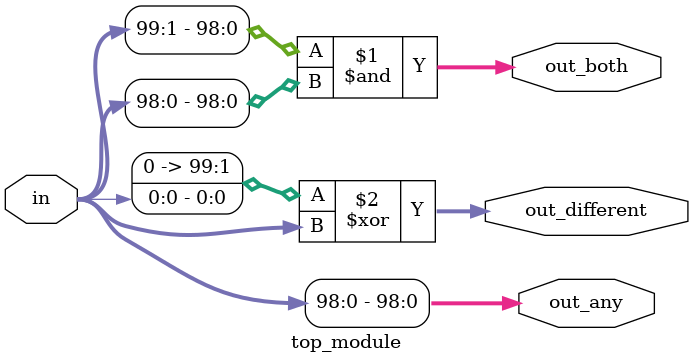
<source format=sv>
module top_module (
	input [99:0] in,
	output [98:0] out_both,
	output [99:1] out_any,
	output [99:0] out_different
);

	assign out_both = in[99:1] & in[98:0];
	assign out_any = {1'b0, in};
	assign out_different = {in[0]} ^ in[99:0];

endmodule

</source>
